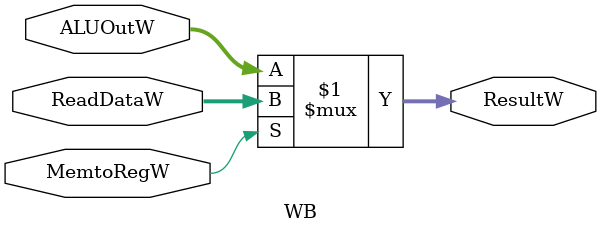
<source format=sv>
module WB(
    input logic MemtoRegW,
    input logic [31:0] ReadDataW, ALUOutW,
    output logic [31:0] ResultW
);

assign ResultW = MemtoRegW ? ReadDataW : ALUOutW;

endmodule
</source>
